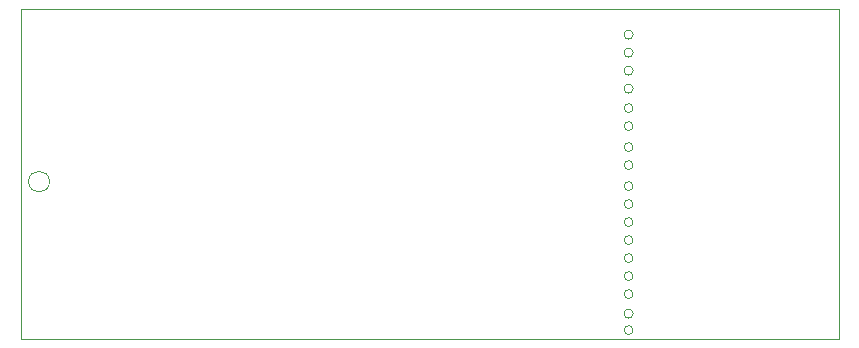
<source format=gbr>
G04 #@! TF.GenerationSoftware,KiCad,Pcbnew,(5.1.0)-1*
G04 #@! TF.CreationDate,2019-05-01T15:09:39-04:00*
G04 #@! TF.ProjectId,PicoTrackerWSPR1Rev4,5069636f-5472-4616-936b-657257535052,rev?*
G04 #@! TF.SameCoordinates,Original*
G04 #@! TF.FileFunction,Profile,NP*
%FSLAX46Y46*%
G04 Gerber Fmt 4.6, Leading zero omitted, Abs format (unit mm)*
G04 Created by KiCad (PCBNEW (5.1.0)-1) date 2019-05-01 15:09:39*
%MOMM*%
%LPD*%
G04 APERTURE LIST*
%ADD10C,0.100000*%
G04 APERTURE END LIST*
D10*
X53975000Y-62230000D02*
X53975000Y-63500000D01*
X123190000Y-62230000D02*
X123190000Y-63500000D01*
X53975000Y-90170000D02*
X53975000Y-63500000D01*
X123190000Y-90170000D02*
X53975000Y-90170000D01*
X123190000Y-63500000D02*
X123190000Y-90170000D01*
X53975000Y-62230000D02*
X123190000Y-62230000D01*
X105791021Y-89408000D02*
G75*
G03X105791021Y-89408000I-381021J0D01*
G01*
X105791021Y-64389000D02*
G75*
G03X105791021Y-64389000I-381021J0D01*
G01*
X105791021Y-65913000D02*
G75*
G03X105791021Y-65913000I-381021J0D01*
G01*
X105791021Y-67437000D02*
G75*
G03X105791021Y-67437000I-381021J0D01*
G01*
X105791021Y-68961000D02*
G75*
G03X105791021Y-68961000I-381021J0D01*
G01*
X105791021Y-70612000D02*
G75*
G03X105791021Y-70612000I-381021J0D01*
G01*
X105791021Y-72136000D02*
G75*
G03X105791021Y-72136000I-381021J0D01*
G01*
X105791021Y-73914000D02*
G75*
G03X105791021Y-73914000I-381021J0D01*
G01*
X105791021Y-75438000D02*
G75*
G03X105791021Y-75438000I-381021J0D01*
G01*
X105791021Y-77216000D02*
G75*
G03X105791021Y-77216000I-381021J0D01*
G01*
X105791021Y-78740000D02*
G75*
G03X105791021Y-78740000I-381021J0D01*
G01*
X105791021Y-80264000D02*
G75*
G03X105791021Y-80264000I-381021J0D01*
G01*
X105791021Y-81788000D02*
G75*
G03X105791021Y-81788000I-381021J0D01*
G01*
X105791021Y-83312000D02*
G75*
G03X105791021Y-83312000I-381021J0D01*
G01*
X105791021Y-86360000D02*
G75*
G03X105791021Y-86360000I-381021J0D01*
G01*
X105791021Y-84836000D02*
G75*
G03X105791021Y-84836000I-381021J0D01*
G01*
X105791021Y-88011000D02*
G75*
G03X105791021Y-88011000I-381021J0D01*
G01*
X56388000Y-76835000D02*
G75*
G03X56388000Y-76835000I-889000J0D01*
G01*
M02*

</source>
